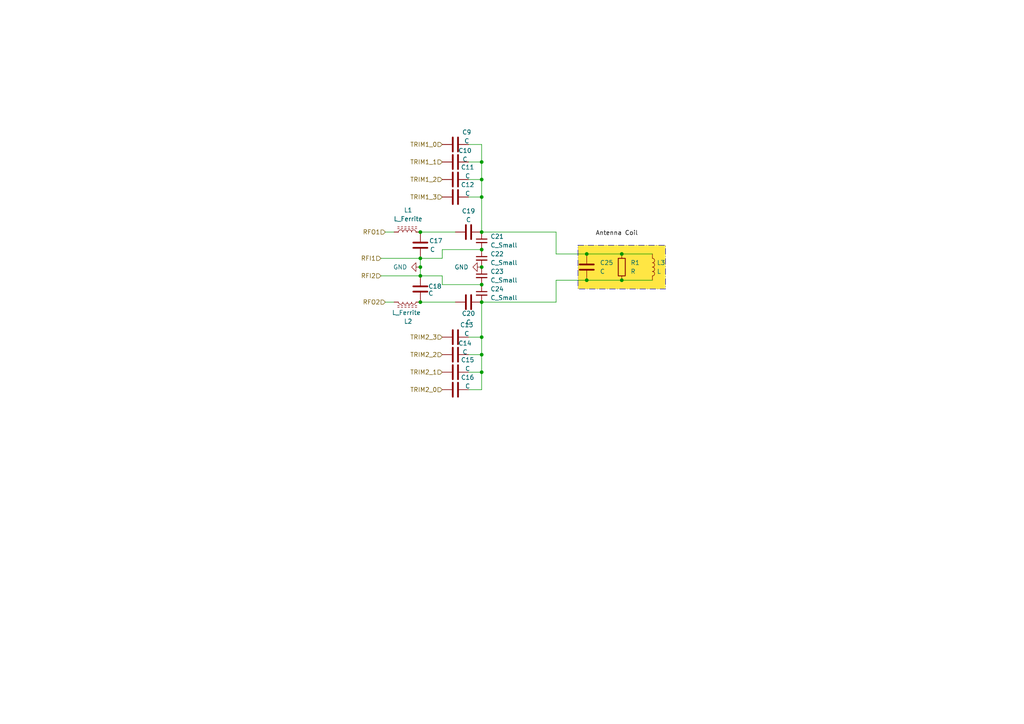
<source format=kicad_sch>
(kicad_sch (version 20231120) (generator "eeschema") (generator_version "8.0")
  (paper "A4")
  (lib_symbols
    (symbol "Device:C" (pin_numbers hide) (pin_names (offset 0.254))
      (property "Reference" "C" (at 0.635 2.54 0))
      (property "Value" "C" (at 0.635 -2.54 0))
      (symbol "C_0_1"
        (polyline (pts (xy -2.032 -0.762) (xy 2.032 -0.762)) (stroke (width 0.508)))
        (polyline (pts (xy -2.032 0.762) (xy 2.032 0.762)) (stroke (width 0.508)))
      )
      (symbol "C_1_1"
        (pin passive line (at 0 3.81 270) (length 2.794) (name "~") (number "1"))
        (pin passive line (at 0 -3.81 90) (length 2.794) (name "~") (number "2"))
      )
    )
    (symbol "Device:C_Small" (pin_numbers hide) (pin_names (offset 0.254) hide)
      (property "Reference" "C" (at 0.254 1.778 0))
      (property "Value" "C_Small" (at 0.254 -2.032 0))
      (symbol "C_Small_0_1"
        (polyline (pts (xy -1.524 -0.508) (xy 1.524 -0.508)) (stroke (width 0.3302)))
        (polyline (pts (xy -1.524 0.508) (xy 1.524 0.508)) (stroke (width 0.3048)))
      )
      (symbol "C_Small_1_1"
        (pin passive line (at 0 2.54 270) (length 2.032) (name "~") (number "1"))
        (pin passive line (at 0 -2.54 90) (length 2.032) (name "~") (number "2"))
      )
    )
    (symbol "Device:L" (pin_numbers hide) (pin_names (offset 1.016) hide)
      (property "Reference" "L" (at -1.27 0 90))
      (property "Value" "L" (at 1.905 0 90))
      (symbol "L_0_1"
        (arc (start 0 -2.54) (mid 0.6323 -1.905) (end 0 -1.27))
        (arc (start 0 -1.27) (mid 0.6323 -0.635) (end 0 0))
        (arc (start 0 0) (mid 0.6323 0.635) (end 0 1.27))
        (arc (start 0 1.27) (mid 0.6323 1.905) (end 0 2.54))
      )
      (symbol "L_1_1"
        (pin passive line (at 0 3.81 270) (length 1.27) (name "1") (number "1"))
        (pin passive line (at 0 -3.81 90) (length 1.27) (name "2") (number "2"))
      )
    )
    (symbol "Device:L_Ferrite" (pin_numbers hide) (pin_names (offset 1.016) hide)
      (property "Reference" "L" (at -1.27 0 90))
      (property "Value" "L_Ferrite" (at 2.794 0 90))
      (symbol "L_Ferrite_0_1"
        (arc (start 0 -2.54) (mid 0.6323 -1.905) (end 0 -1.27))
        (arc (start 0 -1.27) (mid 0.6323 -0.635) (end 0 0))
        (polyline (pts (xy 1.016 -2.794) (xy 1.016 -2.286)))
        (polyline (pts (xy 1.016 -1.778) (xy 1.016 -1.27)))
        (polyline (pts (xy 1.016 -0.762) (xy 1.016 -0.254)))
        (polyline (pts (xy 1.016 0.254) (xy 1.016 0.762)))
        (polyline (pts (xy 1.016 1.27) (xy 1.016 1.778)))
        (polyline (pts (xy 1.016 2.286) (xy 1.016 2.794)))
        (polyline (pts (xy 1.524 -2.286) (xy 1.524 -2.794)))
        (polyline (pts (xy 1.524 -1.27) (xy 1.524 -1.778)))
        (polyline (pts (xy 1.524 -0.254) (xy 1.524 -0.762)))
        (polyline (pts (xy 1.524 0.762) (xy 1.524 0.254)))
        (polyline (pts (xy 1.524 1.778) (xy 1.524 1.27)))
        (polyline (pts (xy 1.524 2.794) (xy 1.524 2.286)))
        (arc (start 0 0) (mid 0.6323 0.635) (end 0 1.27))
        (arc (start 0 1.27) (mid 0.6323 1.905) (end 0 2.54))
      )
      (symbol "L_Ferrite_1_1"
        (pin passive line (at 0 3.81 270) (length 1.27) (name "1") (number "1"))
        (pin passive line (at 0 -3.81 90) (length 1.27) (name "2") (number "2"))
      )
    )
    (symbol "Device:R" (pin_numbers hide) (pin_names (offset 0))
      (property "Reference" "R" (at 2.032 0 90))
      (property "Value" "R" (at 0 0 90))
      (symbol "R_0_1"
        (rectangle (start -1.016 -2.54) (end 1.016 2.54) (stroke (width 0.254)))
      )
      (symbol "R_1_1"
        (pin passive line (at 0 3.81 270) (length 1.27) (name "~") (number "1"))
        (pin passive line (at 0 -3.81 90) (length 1.27) (name "~") (number "2"))
      )
    )
    (symbol "power:GND" (power) (pin_numbers hide) (pin_names (offset 0) hide)
      (property "Value" "GND" (at 0 -3.81 0))
      (symbol "GND_0_1"
        (polyline (pts (xy 0 0) (xy 0 -1.27) (xy 1.27 -1.27) (xy 0 -2.54) (xy -1.27 -1.27) (xy 0 -1.27)))
      )
      (symbol "GND_1_1"
        (pin power_in line (at 0 0 270) (length 0) (name "~") (number "1"))
      )
    )
  )
  (junction (at 180.34 73.66))
  (junction (at 139.7 107.95))
  (junction (at 139.7 82.55))
  (junction (at 139.7 102.87))
  (junction (at 139.7 87.63))
  (junction (at 121.92 77.47))
  (junction (at 139.7 97.79))
  (junction (at 180.34 81.28))
  (junction (at 121.92 87.63))
  (junction (at 139.7 67.31))
  (junction (at 139.7 46.99))
  (junction (at 139.7 72.39))
  (junction (at 121.92 74.93))
  (junction (at 121.92 67.31))
  (junction (at 170.18 81.28))
  (junction (at 139.7 77.47))
  (junction (at 139.7 57.15))
  (junction (at 170.18 73.66))
  (junction (at 139.7 52.07))
  (junction (at 121.92 80.01))
  (wire (pts (xy 139.7 72.39) (xy 128.27 72.39)))
  (wire (pts (xy 135.89 97.79) (xy 139.7 97.79)))
  (wire (pts (xy 121.92 74.93) (xy 121.92 77.47)))
  (wire (pts (xy 170.18 73.66) (xy 180.34 73.66)))
  (wire (pts (xy 139.7 67.31) (xy 161.29 67.31)))
  (wire (pts (xy 139.7 87.63) (xy 161.29 87.63)))
  (wire (pts (xy 128.27 80.01) (xy 128.27 82.55)))
  (wire (pts (xy 128.27 82.55) (xy 139.7 82.55)))
  (wire (pts (xy 139.7 87.63) (xy 139.7 97.79)))
  (wire (pts (xy 135.89 41.91) (xy 139.7 41.91)))
  (wire (pts (xy 161.29 67.31) (xy 161.29 73.66)))
  (wire (pts (xy 135.89 113.03) (xy 139.7 113.03)))
  (wire (pts (xy 139.7 41.91) (xy 139.7 46.99)))
  (wire (pts (xy 161.29 81.28) (xy 170.18 81.28)))
  (wire (pts (xy 180.34 81.28) (xy 189.23 81.28)))
  (wire (pts (xy 139.7 46.99) (xy 135.89 46.99)))
  (wire (pts (xy 111.76 87.63) (xy 114.3 87.63)))
  (wire (pts (xy 135.89 52.07) (xy 139.7 52.07)))
  (wire (pts (xy 135.89 107.95) (xy 139.7 107.95)))
  (wire (pts (xy 110.49 80.01) (xy 121.92 80.01)))
  (wire (pts (xy 114.3 67.31) (xy 111.76 67.31)))
  (wire (pts (xy 135.89 57.15) (xy 139.7 57.15)))
  (wire (pts (xy 139.7 57.15) (xy 139.7 67.31)))
  (wire (pts (xy 161.29 81.28) (xy 161.29 87.63)))
  (wire (pts (xy 170.18 81.28) (xy 180.34 81.28)))
  (wire (pts (xy 139.7 102.87) (xy 135.89 102.87)))
  (wire (pts (xy 139.7 97.79) (xy 139.7 102.87)))
  (wire (pts (xy 121.92 87.63) (xy 132.08 87.63)))
  (wire (pts (xy 161.29 73.66) (xy 170.18 73.66)))
  (wire (pts (xy 128.27 72.39) (xy 128.27 74.93)))
  (wire (pts (xy 128.27 74.93) (xy 121.92 74.93)))
  (wire (pts (xy 180.34 73.66) (xy 189.23 73.66)))
  (wire (pts (xy 121.92 77.47) (xy 121.92 80.01)))
  (wire (pts (xy 121.92 67.31) (xy 132.08 67.31)))
  (wire (pts (xy 121.92 80.01) (xy 128.27 80.01)))
  (wire (pts (xy 139.7 52.07) (xy 139.7 46.99)))
  (wire (pts (xy 139.7 57.15) (xy 139.7 52.07)))
  (wire (pts (xy 121.92 74.93) (xy 110.49 74.93)))
  (wire (pts (xy 139.7 107.95) (xy 139.7 102.87)))
  (wire (pts (xy 139.7 113.03) (xy 139.7 107.95)))
  (rectangle (start 167.64 71.12) (end 193.04 83.82) (stroke (width 0) (type dash_dot)) (fill (type color) (color 255 230 68 1)))
  (label "Antenna Coil" (at 172.72 68.58 0))
  (hierarchical_label "TRIM2_1" (shape input) (at 128.27 107.95 180))
  (hierarchical_label "RFI2" (shape input) (at 110.49 80.01 180))
  (hierarchical_label "TRIM1_1" (shape input) (at 128.27 46.99 180))
  (hierarchical_label "TRIM2_0" (shape input) (at 128.27 113.03 180))
  (hierarchical_label "TRIM1_3" (shape input) (at 128.27 57.15 180))
  (hierarchical_label "TRIM1_2" (shape input) (at 128.27 52.07 180))
  (hierarchical_label "TRIM1_0" (shape input) (at 128.27 41.91 180))
  (hierarchical_label "RFI1" (shape input) (at 110.49 74.93 180))
  (hierarchical_label "RFO2" (shape input) (at 111.76 87.63 180))
  (hierarchical_label "TRIM2_3" (shape input) (at 128.27 97.79 180))
  (hierarchical_label "RFO1" (shape input) (at 111.76 67.31 180))
  (hierarchical_label "TRIM2_2" (shape input) (at 128.27 102.87 180))
  (symbol (lib_id "Device:C") (at 132.08 57.15 90) (unit 1)
    (property "Reference" "C12" (at 135.636 53.594 90))
    (property "Value" "C" (at 135.636 56.134 90))
    (property "Description" "Unpolarized capacitor" (effects (hide yes)))
  )
  (symbol (lib_id "Device:C_Small") (at 139.7 74.93 0) (unit 1)
    (property "Reference" "C22" (at 142.24 73.6662 0) (effects (justify left)))
    (property "Value" "C_Small" (at 142.24 76.2062 0) (effects (justify left)))
    (property "Description" "Unpolarized capacitor, small symbol" (effects (hide yes)))
  )
  (symbol (lib_id "Device:C") (at 121.92 71.12 0) (unit 1)
    (property "Reference" "C17" (at 124.46 69.85 0) (effects (justify left)))
    (property "Value" "C" (at 124.714 72.39 0) (effects (justify left)))
    (property "Description" "Unpolarized capacitor" (effects (hide yes)))
  )
  (symbol (lib_id "Device:L_Ferrite") (at 118.11 67.31 90) (unit 1)
    (property "Reference" "L1" (at 118.364 60.96 90))
    (property "Value" "L_Ferrite" (at 118.364 63.5 90))
    (property "Description" "Inductor with ferrite core" (effects (hide yes)))
  )
  (symbol (lib_id "Device:C_Small") (at 139.7 85.09 0) (unit 1)
    (property "Reference" "C24" (at 142.24 83.8262 0) (effects (justify left)))
    (property "Value" "C_Small" (at 142.24 86.3662 0) (effects (justify left)))
    (property "Description" "Unpolarized capacitor, small symbol" (effects (hide yes)))
  )
  (symbol (lib_id "Device:C") (at 132.08 113.03 90) (unit 1)
    (property "Reference" "C16" (at 135.636 109.474 90))
    (property "Value" "C" (at 135.636 112.014 90))
    (property "Description" "Unpolarized capacitor" (effects (hide yes)))
  )
  (symbol (lib_id "Device:C_Small") (at 139.7 80.01 0) (unit 1)
    (property "Reference" "C23" (at 142.24 78.7462 0) (effects (justify left)))
    (property "Value" "C_Small" (at 142.24 81.2862 0) (effects (justify left)))
    (property "Description" "Unpolarized capacitor, small symbol" (effects (hide yes)))
  )
  (symbol (lib_id "Device:C") (at 132.08 97.79 90) (unit 1)
    (property "Reference" "C13" (at 135.382 94.234 90))
    (property "Value" "C" (at 135.382 96.774 90))
    (property "Description" "Unpolarized capacitor" (effects (hide yes)))
  )
  (symbol (lib_id "Device:C_Small") (at 139.7 69.85 0) (unit 1)
    (property "Reference" "C21" (at 142.24 68.5862 0) (effects (justify left)))
    (property "Value" "C_Small" (at 142.24 71.1262 0) (effects (justify left)))
    (property "Description" "Unpolarized capacitor, small symbol" (effects (hide yes)))
  )
  (symbol (lib_id "Device:C") (at 132.08 41.91 90) (unit 1)
    (property "Reference" "C9" (at 135.382 38.354 90))
    (property "Value" "C" (at 135.382 40.894 90))
    (property "Description" "Unpolarized capacitor" (effects (hide yes)))
  )
  (symbol (lib_id "Device:C") (at 135.89 87.63 90) (unit 1)
    (property "Reference" "C20" (at 135.89 90.932 90))
    (property "Value" "C" (at 135.89 93.472 90))
    (property "Description" "Unpolarized capacitor" (effects (hide yes)))
  )
  (symbol (lib_id "Device:C") (at 132.08 102.87 90) (unit 1)
    (property "Reference" "C14" (at 134.874 99.568 90))
    (property "Value" "C" (at 134.874 102.108 90))
    (property "Description" "Unpolarized capacitor" (effects (hide yes)))
  )
  (symbol (lib_id "Device:C") (at 132.08 46.99 90) (unit 1)
    (property "Reference" "C10" (at 134.874 43.688 90))
    (property "Value" "C" (at 134.874 46.228 90))
    (property "Description" "Unpolarized capacitor" (effects (hide yes)))
  )
  (symbol (lib_id "Device:C") (at 170.18 77.47 0) (unit 1)
    (property "Reference" "C25" (at 173.99 76.1999 0) (effects (justify left)))
    (property "Value" "C" (at 173.99 78.7399 0) (effects (justify left)))
    (property "Description" "Unpolarized capacitor" (effects (hide yes)))
  )
  (symbol (lib_id "Device:L") (at 189.23 77.47 0) (unit 1)
    (property "Reference" "L3" (at 190.5 76.1999 0) (effects (justify left)))
    (property "Value" "L" (at 190.5 78.7399 0) (effects (justify left)))
    (property "Description" "Inductor" (effects (hide yes)))
  )
  (symbol (lib_id "power:GND") (at 121.92 77.47 270) (unit 1)
    (property "Reference" "#PWR03" (effects (hide yes)))
    (property "Value" "GND" (at 118.11 77.4699 90) (effects (justify right)))
    (property "Description" "Power symbol creates a global label with name \"GND\" , ground" (effects (hide yes)))
  )
  (symbol (lib_id "power:GND") (at 139.7 77.47 270) (unit 1)
    (property "Reference" "#PWR04" (effects (hide yes)))
    (property "Value" "GND" (at 135.89 77.4699 90) (effects (justify right)))
    (property "Description" "Power symbol creates a global label with name \"GND\" , ground" (effects (hide yes)))
  )
  (symbol (lib_id "Device:C") (at 121.92 83.82 0) (unit 1)
    (property "Reference" "C18" (at 124.206 83.058 0) (effects (justify left)))
    (property "Value" "C" (at 124.206 85.09 0) (effects (justify left)))
    (property "Description" "Unpolarized capacitor" (effects (hide yes)))
  )
  (symbol (lib_id "Device:C") (at 132.08 52.07 90) (unit 1)
    (property "Reference" "C11" (at 135.636 48.514 90))
    (property "Value" "C" (at 135.636 51.054 90))
    (property "Description" "Unpolarized capacitor" (effects (hide yes)))
  )
  (symbol (lib_id "Device:C") (at 132.08 107.95 90) (unit 1)
    (property "Reference" "C15" (at 135.636 104.394 90))
    (property "Value" "C" (at 135.636 106.934 90))
    (property "Description" "Unpolarized capacitor" (effects (hide yes)))
  )
  (symbol (lib_id "Device:L_Ferrite") (at 118.11 87.63 270) (unit 1)
    (property "Reference" "L2" (at 118.364 93.218 90))
    (property "Value" "L_Ferrite" (at 117.856 90.678 90))
    (property "Description" "Inductor with ferrite core" (effects (hide yes)))
  )
  (symbol (lib_id "Device:C") (at 135.89 67.31 90) (unit 1)
    (property "Reference" "C19" (at 135.89 61.214 90))
    (property "Value" "C" (at 135.89 63.754 90))
    (property "Description" "Unpolarized capacitor" (effects (hide yes)))
  )
  (symbol (lib_id "Device:R") (at 180.34 77.47 0) (unit 1)
    (property "Reference" "R1" (at 182.88 76.1999 0) (effects (justify left)))
    (property "Value" "R" (at 182.88 78.7399 0) (effects (justify left)))
    (property "Description" "Resistor" (effects (hide yes)))
  )
)
</source>
